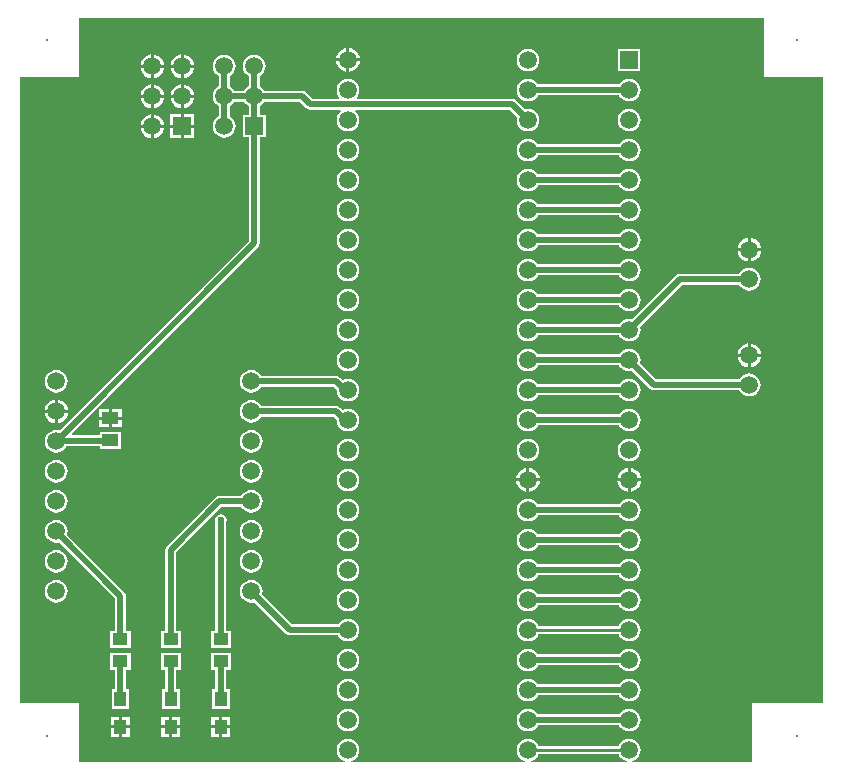
<source format=gtl>
G04*
G04 #@! TF.GenerationSoftware,Altium Limited,Altium Designer,20.0.12 (288)*
G04*
G04 Layer_Physical_Order=1*
G04 Layer_Color=255*
%FSLAX25Y25*%
%MOIN*%
G70*
G01*
G75*
%ADD10C,0.01000*%
%ADD12R,0.05118X0.04134*%
%ADD13R,0.04331X0.04921*%
%ADD14R,0.05512X0.04134*%
%ADD21C,0.02000*%
%ADD22C,0.05906*%
%ADD23R,0.05906X0.05906*%
%ADD24C,0.01000*%
%ADD25C,0.02362*%
G36*
X251969Y232283D02*
X271654D01*
Y23622D01*
X248031D01*
Y3937D01*
X207871D01*
X207838Y4437D01*
X207968Y4454D01*
X208881Y4832D01*
X209665Y5434D01*
X210266Y6218D01*
X210644Y7131D01*
X210773Y8110D01*
X210644Y9090D01*
X210266Y10003D01*
X209665Y10787D01*
X208881Y11388D01*
X207968Y11766D01*
X206988Y11895D01*
X206009Y11766D01*
X205096Y11388D01*
X204312Y10787D01*
X203710Y10003D01*
X203475Y9436D01*
X176741D01*
X176506Y10003D01*
X175905Y10787D01*
X175121Y11388D01*
X174208Y11766D01*
X173228Y11895D01*
X172249Y11766D01*
X171336Y11388D01*
X170552Y10787D01*
X169950Y10003D01*
X169572Y9090D01*
X169443Y8110D01*
X169572Y7131D01*
X169950Y6218D01*
X170552Y5434D01*
X171336Y4832D01*
X172249Y4454D01*
X172378Y4437D01*
X172346Y3937D01*
X114111D01*
X114078Y4437D01*
X114208Y4454D01*
X115121Y4832D01*
X115905Y5434D01*
X116506Y6218D01*
X116885Y7131D01*
X117014Y8110D01*
X116885Y9090D01*
X116506Y10003D01*
X115905Y10787D01*
X115121Y11388D01*
X114208Y11766D01*
X113228Y11895D01*
X112249Y11766D01*
X111336Y11388D01*
X110552Y10787D01*
X109950Y10003D01*
X109572Y9090D01*
X109443Y8110D01*
X109572Y7131D01*
X109950Y6218D01*
X110552Y5434D01*
X111336Y4832D01*
X112249Y4454D01*
X112378Y4437D01*
X112346Y3937D01*
X23622D01*
Y23622D01*
X3937D01*
Y232283D01*
X23622D01*
Y251969D01*
X251969D01*
Y232283D01*
D02*
G37*
G36*
X203710Y6218D02*
X204312Y5434D01*
X205096Y4832D01*
X206009Y4454D01*
X206138Y4437D01*
X206105Y3937D01*
X174111D01*
X174078Y4437D01*
X174208Y4454D01*
X175121Y4832D01*
X175905Y5434D01*
X176506Y6218D01*
X176741Y6785D01*
X203475D01*
X203710Y6218D01*
D02*
G37*
%LPC*%
G36*
X113728Y242031D02*
Y238610D01*
X117149D01*
X117079Y239142D01*
X116681Y240104D01*
X116048Y240929D01*
X115222Y241563D01*
X114260Y241961D01*
X113728Y242031D01*
D02*
G37*
G36*
X112728D02*
X112197Y241961D01*
X111235Y241563D01*
X110409Y240929D01*
X109776Y240104D01*
X109377Y239142D01*
X109307Y238610D01*
X112728D01*
Y242031D01*
D02*
G37*
G36*
X58500Y239921D02*
Y236500D01*
X61921D01*
X61851Y237032D01*
X61453Y237993D01*
X60819Y238819D01*
X59993Y239453D01*
X59032Y239851D01*
X58500Y239921D01*
D02*
G37*
G36*
X48500D02*
Y236500D01*
X51921D01*
X51851Y237032D01*
X51453Y237993D01*
X50819Y238819D01*
X49993Y239453D01*
X49032Y239851D01*
X48500Y239921D01*
D02*
G37*
G36*
X57500D02*
X56968Y239851D01*
X56007Y239453D01*
X55181Y238819D01*
X54547Y237993D01*
X54149Y237032D01*
X54079Y236500D01*
X57500D01*
Y239921D01*
D02*
G37*
G36*
X47500D02*
X46968Y239851D01*
X46007Y239453D01*
X45181Y238819D01*
X44547Y237993D01*
X44149Y237032D01*
X44079Y236500D01*
X47500D01*
Y239921D01*
D02*
G37*
G36*
X210741Y241863D02*
X203235D01*
Y234358D01*
X210741D01*
Y241863D01*
D02*
G37*
G36*
X173228Y241895D02*
X172249Y241766D01*
X171336Y241388D01*
X170552Y240787D01*
X169950Y240003D01*
X169572Y239090D01*
X169443Y238110D01*
X169572Y237131D01*
X169950Y236218D01*
X170552Y235434D01*
X171336Y234832D01*
X172249Y234454D01*
X173228Y234325D01*
X174208Y234454D01*
X175121Y234832D01*
X175905Y235434D01*
X176506Y236218D01*
X176884Y237131D01*
X177014Y238110D01*
X176884Y239090D01*
X176506Y240003D01*
X175905Y240787D01*
X175121Y241388D01*
X174208Y241766D01*
X173228Y241895D01*
D02*
G37*
G36*
X117149Y237610D02*
X113728D01*
Y234189D01*
X114260Y234259D01*
X115222Y234658D01*
X116048Y235291D01*
X116681Y236117D01*
X117079Y237078D01*
X117149Y237610D01*
D02*
G37*
G36*
X112728D02*
X109307D01*
X109377Y237078D01*
X109776Y236117D01*
X110409Y235291D01*
X111235Y234658D01*
X112197Y234259D01*
X112728Y234189D01*
Y237610D01*
D02*
G37*
G36*
X57500Y235500D02*
X54079D01*
X54149Y234968D01*
X54547Y234007D01*
X55181Y233181D01*
X56007Y232547D01*
X56968Y232149D01*
X57500Y232079D01*
Y235500D01*
D02*
G37*
G36*
X47500D02*
X44079D01*
X44149Y234968D01*
X44547Y234007D01*
X45181Y233181D01*
X46007Y232547D01*
X46968Y232149D01*
X47500Y232079D01*
Y235500D01*
D02*
G37*
G36*
X61921D02*
X58500D01*
Y232079D01*
X59032Y232149D01*
X59993Y232547D01*
X60819Y233181D01*
X61453Y234007D01*
X61851Y234968D01*
X61921Y235500D01*
D02*
G37*
G36*
X51921D02*
X48500D01*
Y232079D01*
X49032Y232149D01*
X49993Y232547D01*
X50819Y233181D01*
X51453Y234007D01*
X51851Y234968D01*
X51921Y235500D01*
D02*
G37*
G36*
X206988Y231895D02*
X206009Y231766D01*
X205096Y231388D01*
X204312Y230787D01*
X203710Y230003D01*
X203686Y229945D01*
X176530D01*
X176506Y230003D01*
X175905Y230787D01*
X175121Y231388D01*
X174208Y231766D01*
X173228Y231895D01*
X172249Y231766D01*
X171336Y231388D01*
X170552Y230787D01*
X169950Y230003D01*
X169572Y229090D01*
X169443Y228110D01*
X169572Y227131D01*
X169950Y226218D01*
X170552Y225434D01*
X171336Y224832D01*
X172249Y224454D01*
X173228Y224325D01*
X174208Y224454D01*
X175121Y224832D01*
X175905Y225434D01*
X176506Y226218D01*
X176530Y226275D01*
X203686D01*
X203710Y226218D01*
X204312Y225434D01*
X205096Y224832D01*
X206009Y224454D01*
X206988Y224325D01*
X207968Y224454D01*
X208881Y224832D01*
X209665Y225434D01*
X210266Y226218D01*
X210644Y227131D01*
X210773Y228110D01*
X210644Y229090D01*
X210266Y230003D01*
X209665Y230787D01*
X208881Y231388D01*
X207968Y231766D01*
X206988Y231895D01*
D02*
G37*
G36*
X82000Y239785D02*
X81020Y239656D01*
X80107Y239278D01*
X79324Y238677D01*
X78722Y237893D01*
X78344Y236980D01*
X78215Y236000D01*
X78344Y235020D01*
X78722Y234107D01*
X79324Y233324D01*
X80107Y232722D01*
X80165Y232698D01*
Y229302D01*
X80107Y229278D01*
X79324Y228677D01*
X78722Y227893D01*
X78698Y227835D01*
X75302D01*
X75278Y227893D01*
X74677Y228677D01*
X73893Y229278D01*
X73835Y229302D01*
Y232698D01*
X73893Y232722D01*
X74677Y233324D01*
X75278Y234107D01*
X75656Y235020D01*
X75785Y236000D01*
X75656Y236980D01*
X75278Y237893D01*
X74677Y238677D01*
X73893Y239278D01*
X72980Y239656D01*
X72000Y239785D01*
X71020Y239656D01*
X70107Y239278D01*
X69323Y238677D01*
X68722Y237893D01*
X68344Y236980D01*
X68215Y236000D01*
X68344Y235020D01*
X68722Y234107D01*
X69323Y233324D01*
X70107Y232722D01*
X70165Y232698D01*
Y229302D01*
X70107Y229278D01*
X69323Y228677D01*
X68722Y227893D01*
X68344Y226980D01*
X68215Y226000D01*
X68344Y225020D01*
X68722Y224107D01*
X69323Y223323D01*
X70107Y222722D01*
X70165Y222698D01*
Y219302D01*
X70107Y219278D01*
X69323Y218676D01*
X68722Y217893D01*
X68344Y216980D01*
X68215Y216000D01*
X68344Y215020D01*
X68722Y214107D01*
X69323Y213323D01*
X70107Y212722D01*
X71020Y212344D01*
X72000Y212215D01*
X72980Y212344D01*
X73893Y212722D01*
X74677Y213323D01*
X75278Y214107D01*
X75656Y215020D01*
X75785Y216000D01*
X75656Y216980D01*
X75278Y217893D01*
X74677Y218676D01*
X73893Y219278D01*
X73835Y219302D01*
Y222698D01*
X73893Y222722D01*
X74677Y223323D01*
X75278Y224107D01*
X75302Y224165D01*
X78698D01*
X78722Y224107D01*
X79324Y223323D01*
X80107Y222722D01*
X80165Y222698D01*
Y219753D01*
X78247D01*
Y212247D01*
X80165D01*
Y177681D01*
X17041Y114558D01*
X16984Y114581D01*
X16004Y114710D01*
X15024Y114581D01*
X14111Y114203D01*
X13327Y113602D01*
X12726Y112818D01*
X12348Y111905D01*
X12219Y110925D01*
X12348Y109945D01*
X12726Y109033D01*
X13327Y108249D01*
X14111Y107647D01*
X15024Y107269D01*
X16004Y107140D01*
X16984Y107269D01*
X17897Y107647D01*
X18680Y108249D01*
X19282Y109033D01*
X19395Y109307D01*
X30444D01*
Y108491D01*
X37556D01*
Y114225D01*
X30444D01*
Y112977D01*
X21305D01*
X21113Y113439D01*
X83298Y175624D01*
X83696Y176219D01*
X83835Y176921D01*
Y212247D01*
X85753D01*
Y219753D01*
X83835D01*
Y222698D01*
X83893Y222722D01*
X84676Y223323D01*
X85278Y224107D01*
X85302Y224165D01*
X97045D01*
X99151Y222060D01*
X99746Y221662D01*
X100448Y221522D01*
X110689D01*
X110859Y221022D01*
X110552Y220787D01*
X109950Y220003D01*
X109572Y219090D01*
X109443Y218110D01*
X109572Y217131D01*
X109950Y216218D01*
X110552Y215434D01*
X111336Y214832D01*
X112249Y214454D01*
X113228Y214325D01*
X114208Y214454D01*
X115121Y214832D01*
X115905Y215434D01*
X116506Y216218D01*
X116885Y217131D01*
X117014Y218110D01*
X116885Y219090D01*
X116506Y220003D01*
X115905Y220787D01*
X115598Y221022D01*
X115768Y221522D01*
X167221D01*
X169596Y219147D01*
X169572Y219090D01*
X169443Y218110D01*
X169572Y217131D01*
X169950Y216218D01*
X170552Y215434D01*
X171336Y214832D01*
X172249Y214454D01*
X173228Y214325D01*
X174208Y214454D01*
X175121Y214832D01*
X175905Y215434D01*
X176506Y216218D01*
X176884Y217131D01*
X177014Y218110D01*
X176884Y219090D01*
X176506Y220003D01*
X175905Y220787D01*
X175121Y221388D01*
X174208Y221766D01*
X173228Y221895D01*
X172249Y221766D01*
X172191Y221743D01*
X169279Y224655D01*
X168683Y225053D01*
X167981Y225193D01*
X116350D01*
X116104Y225693D01*
X116506Y226218D01*
X116885Y227131D01*
X117014Y228110D01*
X116885Y229090D01*
X116506Y230003D01*
X115905Y230787D01*
X115121Y231388D01*
X114208Y231766D01*
X113228Y231895D01*
X112249Y231766D01*
X111336Y231388D01*
X110552Y230787D01*
X109950Y230003D01*
X109572Y229090D01*
X109443Y228110D01*
X109572Y227131D01*
X109950Y226218D01*
X110353Y225693D01*
X110107Y225193D01*
X101208D01*
X99103Y227298D01*
X98508Y227696D01*
X97806Y227835D01*
X85302D01*
X85278Y227893D01*
X84676Y228677D01*
X83893Y229278D01*
X83835Y229302D01*
Y232698D01*
X83893Y232722D01*
X84676Y233324D01*
X85278Y234107D01*
X85656Y235020D01*
X85785Y236000D01*
X85656Y236980D01*
X85278Y237893D01*
X84676Y238677D01*
X83893Y239278D01*
X82980Y239656D01*
X82000Y239785D01*
D02*
G37*
G36*
X58500Y229921D02*
Y226500D01*
X61921D01*
X61851Y227032D01*
X61453Y227993D01*
X60819Y228819D01*
X59993Y229453D01*
X59032Y229851D01*
X58500Y229921D01*
D02*
G37*
G36*
X48500D02*
Y226500D01*
X51921D01*
X51851Y227032D01*
X51453Y227993D01*
X50819Y228819D01*
X49993Y229453D01*
X49032Y229851D01*
X48500Y229921D01*
D02*
G37*
G36*
X57500D02*
X56968Y229851D01*
X56007Y229453D01*
X55181Y228819D01*
X54547Y227993D01*
X54149Y227032D01*
X54079Y226500D01*
X57500D01*
Y229921D01*
D02*
G37*
G36*
X47500D02*
X46968Y229851D01*
X46007Y229453D01*
X45181Y228819D01*
X44547Y227993D01*
X44149Y227032D01*
X44079Y226500D01*
X47500D01*
Y229921D01*
D02*
G37*
G36*
X57500Y225500D02*
X54079D01*
X54149Y224968D01*
X54547Y224007D01*
X55181Y223181D01*
X56007Y222547D01*
X56968Y222149D01*
X57500Y222079D01*
Y225500D01*
D02*
G37*
G36*
X47500D02*
X44079D01*
X44149Y224968D01*
X44547Y224007D01*
X45181Y223181D01*
X46007Y222547D01*
X46968Y222149D01*
X47500Y222079D01*
Y225500D01*
D02*
G37*
G36*
X61921D02*
X58500D01*
Y222079D01*
X59032Y222149D01*
X59993Y222547D01*
X60819Y223181D01*
X61453Y224007D01*
X61851Y224968D01*
X61921Y225500D01*
D02*
G37*
G36*
X51921D02*
X48500D01*
Y222079D01*
X49032Y222149D01*
X49993Y222547D01*
X50819Y223181D01*
X51453Y224007D01*
X51851Y224968D01*
X51921Y225500D01*
D02*
G37*
G36*
X61953Y219953D02*
X58500D01*
Y216500D01*
X61953D01*
Y219953D01*
D02*
G37*
G36*
X48500Y219921D02*
Y216500D01*
X51921D01*
X51851Y217032D01*
X51453Y217993D01*
X50819Y218819D01*
X49993Y219453D01*
X49032Y219851D01*
X48500Y219921D01*
D02*
G37*
G36*
X47500D02*
X46968Y219851D01*
X46007Y219453D01*
X45181Y218819D01*
X44547Y217993D01*
X44149Y217032D01*
X44079Y216500D01*
X47500D01*
Y219921D01*
D02*
G37*
G36*
X57500Y219953D02*
X54047D01*
Y216500D01*
X57500D01*
Y219953D01*
D02*
G37*
G36*
X206988Y221895D02*
X206009Y221766D01*
X205096Y221388D01*
X204312Y220787D01*
X203710Y220003D01*
X203332Y219090D01*
X203203Y218110D01*
X203332Y217131D01*
X203710Y216218D01*
X204312Y215434D01*
X205096Y214832D01*
X206009Y214454D01*
X206988Y214325D01*
X207968Y214454D01*
X208881Y214832D01*
X209665Y215434D01*
X210266Y216218D01*
X210644Y217131D01*
X210773Y218110D01*
X210644Y219090D01*
X210266Y220003D01*
X209665Y220787D01*
X208881Y221388D01*
X207968Y221766D01*
X206988Y221895D01*
D02*
G37*
G36*
X47500Y215500D02*
X44079D01*
X44149Y214968D01*
X44547Y214007D01*
X45181Y213181D01*
X46007Y212547D01*
X46968Y212149D01*
X47500Y212079D01*
Y215500D01*
D02*
G37*
G36*
X51921D02*
X48500D01*
Y212079D01*
X49032Y212149D01*
X49993Y212547D01*
X50819Y213181D01*
X51453Y214007D01*
X51851Y214968D01*
X51921Y215500D01*
D02*
G37*
G36*
X61953D02*
X58500D01*
Y212047D01*
X61953D01*
Y215500D01*
D02*
G37*
G36*
X57500D02*
X54047D01*
Y212047D01*
X57500D01*
Y215500D01*
D02*
G37*
G36*
X206988Y211895D02*
X206009Y211766D01*
X205096Y211388D01*
X204312Y210787D01*
X203710Y210003D01*
X203686Y209946D01*
X176530D01*
X176506Y210003D01*
X175905Y210787D01*
X175121Y211388D01*
X174208Y211766D01*
X173228Y211895D01*
X172249Y211766D01*
X171336Y211388D01*
X170552Y210787D01*
X169950Y210003D01*
X169572Y209090D01*
X169443Y208110D01*
X169572Y207131D01*
X169950Y206218D01*
X170552Y205434D01*
X171336Y204832D01*
X172249Y204454D01*
X173228Y204325D01*
X174208Y204454D01*
X175121Y204832D01*
X175905Y205434D01*
X176506Y206218D01*
X176530Y206275D01*
X203686D01*
X203710Y206218D01*
X204312Y205434D01*
X205096Y204832D01*
X206009Y204454D01*
X206988Y204325D01*
X207968Y204454D01*
X208881Y204832D01*
X209665Y205434D01*
X210266Y206218D01*
X210644Y207131D01*
X210773Y208110D01*
X210644Y209090D01*
X210266Y210003D01*
X209665Y210787D01*
X208881Y211388D01*
X207968Y211766D01*
X206988Y211895D01*
D02*
G37*
G36*
X113228D02*
X112249Y211766D01*
X111336Y211388D01*
X110552Y210787D01*
X109950Y210003D01*
X109572Y209090D01*
X109443Y208110D01*
X109572Y207131D01*
X109950Y206218D01*
X110552Y205434D01*
X111336Y204832D01*
X112249Y204454D01*
X113228Y204325D01*
X114208Y204454D01*
X115121Y204832D01*
X115905Y205434D01*
X116506Y206218D01*
X116885Y207131D01*
X117014Y208110D01*
X116885Y209090D01*
X116506Y210003D01*
X115905Y210787D01*
X115121Y211388D01*
X114208Y211766D01*
X113228Y211895D01*
D02*
G37*
G36*
X206988Y201895D02*
X206009Y201766D01*
X205096Y201388D01*
X204312Y200787D01*
X203710Y200003D01*
X203686Y199945D01*
X176530D01*
X176506Y200003D01*
X175905Y200787D01*
X175121Y201388D01*
X174208Y201766D01*
X173228Y201895D01*
X172249Y201766D01*
X171336Y201388D01*
X170552Y200787D01*
X169950Y200003D01*
X169572Y199090D01*
X169443Y198110D01*
X169572Y197131D01*
X169950Y196218D01*
X170552Y195434D01*
X171336Y194832D01*
X172249Y194454D01*
X173228Y194325D01*
X174208Y194454D01*
X175121Y194832D01*
X175905Y195434D01*
X176506Y196218D01*
X176530Y196275D01*
X203686D01*
X203710Y196218D01*
X204312Y195434D01*
X205096Y194832D01*
X206009Y194454D01*
X206988Y194325D01*
X207968Y194454D01*
X208881Y194832D01*
X209665Y195434D01*
X210266Y196218D01*
X210644Y197131D01*
X210773Y198110D01*
X210644Y199090D01*
X210266Y200003D01*
X209665Y200787D01*
X208881Y201388D01*
X207968Y201766D01*
X206988Y201895D01*
D02*
G37*
G36*
X113228D02*
X112249Y201766D01*
X111336Y201388D01*
X110552Y200787D01*
X109950Y200003D01*
X109572Y199090D01*
X109443Y198110D01*
X109572Y197131D01*
X109950Y196218D01*
X110552Y195434D01*
X111336Y194832D01*
X112249Y194454D01*
X113228Y194325D01*
X114208Y194454D01*
X115121Y194832D01*
X115905Y195434D01*
X116506Y196218D01*
X116885Y197131D01*
X117014Y198110D01*
X116885Y199090D01*
X116506Y200003D01*
X115905Y200787D01*
X115121Y201388D01*
X114208Y201766D01*
X113228Y201895D01*
D02*
G37*
G36*
X206988Y191895D02*
X206009Y191766D01*
X205096Y191388D01*
X204312Y190787D01*
X203710Y190003D01*
X203686Y189945D01*
X176530D01*
X176506Y190003D01*
X175905Y190787D01*
X175121Y191388D01*
X174208Y191766D01*
X173228Y191895D01*
X172249Y191766D01*
X171336Y191388D01*
X170552Y190787D01*
X169950Y190003D01*
X169572Y189090D01*
X169443Y188110D01*
X169572Y187131D01*
X169950Y186218D01*
X170552Y185434D01*
X171336Y184832D01*
X172249Y184454D01*
X173228Y184325D01*
X174208Y184454D01*
X175121Y184832D01*
X175905Y185434D01*
X176506Y186218D01*
X176530Y186275D01*
X203686D01*
X203710Y186218D01*
X204312Y185434D01*
X205096Y184832D01*
X206009Y184454D01*
X206988Y184325D01*
X207968Y184454D01*
X208881Y184832D01*
X209665Y185434D01*
X210266Y186218D01*
X210644Y187131D01*
X210773Y188110D01*
X210644Y189090D01*
X210266Y190003D01*
X209665Y190787D01*
X208881Y191388D01*
X207968Y191766D01*
X206988Y191895D01*
D02*
G37*
G36*
X113228D02*
X112249Y191766D01*
X111336Y191388D01*
X110552Y190787D01*
X109950Y190003D01*
X109572Y189090D01*
X109443Y188110D01*
X109572Y187131D01*
X109950Y186218D01*
X110552Y185434D01*
X111336Y184832D01*
X112249Y184454D01*
X113228Y184325D01*
X114208Y184454D01*
X115121Y184832D01*
X115905Y185434D01*
X116506Y186218D01*
X116885Y187131D01*
X117014Y188110D01*
X116885Y189090D01*
X116506Y190003D01*
X115905Y190787D01*
X115121Y191388D01*
X114208Y191766D01*
X113228Y191895D01*
D02*
G37*
G36*
X206988Y181895D02*
X206009Y181766D01*
X205096Y181388D01*
X204312Y180787D01*
X203710Y180003D01*
X203686Y179946D01*
X176530D01*
X176506Y180003D01*
X175905Y180787D01*
X175121Y181388D01*
X174208Y181766D01*
X173228Y181895D01*
X172249Y181766D01*
X171336Y181388D01*
X170552Y180787D01*
X169950Y180003D01*
X169572Y179090D01*
X169443Y178110D01*
X169572Y177131D01*
X169950Y176218D01*
X170552Y175434D01*
X171336Y174832D01*
X172249Y174454D01*
X173228Y174325D01*
X174208Y174454D01*
X175121Y174832D01*
X175905Y175434D01*
X176506Y176218D01*
X176530Y176275D01*
X203686D01*
X203710Y176218D01*
X204312Y175434D01*
X205096Y174832D01*
X206009Y174454D01*
X206988Y174325D01*
X207968Y174454D01*
X208881Y174832D01*
X209665Y175434D01*
X210266Y176218D01*
X210644Y177131D01*
X210773Y178110D01*
X210644Y179090D01*
X210266Y180003D01*
X209665Y180787D01*
X208881Y181388D01*
X207968Y181766D01*
X206988Y181895D01*
D02*
G37*
G36*
X247500Y178764D02*
Y175343D01*
X250921D01*
X250851Y175874D01*
X250453Y176836D01*
X249819Y177662D01*
X248993Y178295D01*
X248032Y178693D01*
X247500Y178764D01*
D02*
G37*
G36*
X246500D02*
X245968Y178693D01*
X245007Y178295D01*
X244181Y177662D01*
X243547Y176836D01*
X243149Y175874D01*
X243079Y175343D01*
X246500D01*
Y178764D01*
D02*
G37*
G36*
X113228Y181895D02*
X112249Y181766D01*
X111336Y181388D01*
X110552Y180787D01*
X109950Y180003D01*
X109572Y179090D01*
X109443Y178110D01*
X109572Y177131D01*
X109950Y176218D01*
X110552Y175434D01*
X111336Y174832D01*
X112249Y174454D01*
X113228Y174325D01*
X114208Y174454D01*
X115121Y174832D01*
X115905Y175434D01*
X116506Y176218D01*
X116885Y177131D01*
X117014Y178110D01*
X116885Y179090D01*
X116506Y180003D01*
X115905Y180787D01*
X115121Y181388D01*
X114208Y181766D01*
X113228Y181895D01*
D02*
G37*
G36*
X250921Y174343D02*
X247500D01*
Y170922D01*
X248032Y170992D01*
X248993Y171390D01*
X249819Y172023D01*
X250453Y172849D01*
X250851Y173811D01*
X250921Y174343D01*
D02*
G37*
G36*
X246500D02*
X243079D01*
X243149Y173811D01*
X243547Y172849D01*
X244181Y172023D01*
X245007Y171390D01*
X245968Y170992D01*
X246500Y170922D01*
Y174343D01*
D02*
G37*
G36*
X206988Y171895D02*
X206009Y171766D01*
X205096Y171388D01*
X204312Y170787D01*
X203710Y170003D01*
X203686Y169946D01*
X176530D01*
X176506Y170003D01*
X175905Y170787D01*
X175121Y171388D01*
X174208Y171766D01*
X173228Y171895D01*
X172249Y171766D01*
X171336Y171388D01*
X170552Y170787D01*
X169950Y170003D01*
X169572Y169090D01*
X169443Y168110D01*
X169572Y167131D01*
X169950Y166218D01*
X170552Y165434D01*
X171336Y164832D01*
X172249Y164454D01*
X173228Y164325D01*
X174208Y164454D01*
X175121Y164832D01*
X175905Y165434D01*
X176506Y166218D01*
X176530Y166275D01*
X203686D01*
X203710Y166218D01*
X204312Y165434D01*
X205096Y164832D01*
X206009Y164454D01*
X206988Y164325D01*
X207968Y164454D01*
X208881Y164832D01*
X209665Y165434D01*
X210266Y166218D01*
X210644Y167131D01*
X210773Y168110D01*
X210644Y169090D01*
X210266Y170003D01*
X209665Y170787D01*
X208881Y171388D01*
X207968Y171766D01*
X206988Y171895D01*
D02*
G37*
G36*
X113228D02*
X112249Y171766D01*
X111336Y171388D01*
X110552Y170787D01*
X109950Y170003D01*
X109572Y169090D01*
X109443Y168110D01*
X109572Y167131D01*
X109950Y166218D01*
X110552Y165434D01*
X111336Y164832D01*
X112249Y164454D01*
X113228Y164325D01*
X114208Y164454D01*
X115121Y164832D01*
X115905Y165434D01*
X116506Y166218D01*
X116885Y167131D01*
X117014Y168110D01*
X116885Y169090D01*
X116506Y170003D01*
X115905Y170787D01*
X115121Y171388D01*
X114208Y171766D01*
X113228Y171895D01*
D02*
G37*
G36*
X247000Y168785D02*
X246020Y168656D01*
X245107Y168278D01*
X244323Y167676D01*
X243722Y166893D01*
X243698Y166835D01*
X223878D01*
X223176Y166696D01*
X222580Y166298D01*
X208025Y151743D01*
X207968Y151766D01*
X206988Y151895D01*
X206009Y151766D01*
X205096Y151388D01*
X204312Y150787D01*
X203710Y150003D01*
X203686Y149945D01*
X176530D01*
X176506Y150003D01*
X175905Y150787D01*
X175121Y151388D01*
X174208Y151766D01*
X173228Y151895D01*
X172249Y151766D01*
X171336Y151388D01*
X170552Y150787D01*
X169950Y150003D01*
X169572Y149090D01*
X169443Y148110D01*
X169572Y147131D01*
X169950Y146218D01*
X170552Y145434D01*
X171336Y144832D01*
X172249Y144454D01*
X173228Y144325D01*
X174208Y144454D01*
X175121Y144832D01*
X175905Y145434D01*
X176506Y146218D01*
X176530Y146275D01*
X203686D01*
X203710Y146218D01*
X204312Y145434D01*
X205096Y144832D01*
X206009Y144454D01*
X206988Y144325D01*
X207968Y144454D01*
X208881Y144832D01*
X209665Y145434D01*
X210266Y146218D01*
X210644Y147131D01*
X210773Y148110D01*
X210644Y149090D01*
X210621Y149147D01*
X224638Y163165D01*
X243698D01*
X243722Y163107D01*
X244323Y162323D01*
X245107Y161722D01*
X246020Y161344D01*
X247000Y161215D01*
X247980Y161344D01*
X248893Y161722D01*
X249676Y162323D01*
X250278Y163107D01*
X250656Y164020D01*
X250785Y165000D01*
X250656Y165980D01*
X250278Y166893D01*
X249676Y167676D01*
X248893Y168278D01*
X247980Y168656D01*
X247000Y168785D01*
D02*
G37*
G36*
X206988Y161895D02*
X206009Y161766D01*
X205096Y161388D01*
X204312Y160787D01*
X203710Y160003D01*
X203686Y159945D01*
X176530D01*
X176506Y160003D01*
X175905Y160787D01*
X175121Y161388D01*
X174208Y161766D01*
X173228Y161895D01*
X172249Y161766D01*
X171336Y161388D01*
X170552Y160787D01*
X169950Y160003D01*
X169572Y159090D01*
X169443Y158110D01*
X169572Y157131D01*
X169950Y156218D01*
X170552Y155434D01*
X171336Y154832D01*
X172249Y154454D01*
X173228Y154325D01*
X174208Y154454D01*
X175121Y154832D01*
X175905Y155434D01*
X176506Y156218D01*
X176530Y156275D01*
X203686D01*
X203710Y156218D01*
X204312Y155434D01*
X205096Y154832D01*
X206009Y154454D01*
X206988Y154325D01*
X207968Y154454D01*
X208881Y154832D01*
X209665Y155434D01*
X210266Y156218D01*
X210644Y157131D01*
X210773Y158110D01*
X210644Y159090D01*
X210266Y160003D01*
X209665Y160787D01*
X208881Y161388D01*
X207968Y161766D01*
X206988Y161895D01*
D02*
G37*
G36*
X113228D02*
X112249Y161766D01*
X111336Y161388D01*
X110552Y160787D01*
X109950Y160003D01*
X109572Y159090D01*
X109443Y158110D01*
X109572Y157131D01*
X109950Y156218D01*
X110552Y155434D01*
X111336Y154832D01*
X112249Y154454D01*
X113228Y154325D01*
X114208Y154454D01*
X115121Y154832D01*
X115905Y155434D01*
X116506Y156218D01*
X116885Y157131D01*
X117014Y158110D01*
X116885Y159090D01*
X116506Y160003D01*
X115905Y160787D01*
X115121Y161388D01*
X114208Y161766D01*
X113228Y161895D01*
D02*
G37*
G36*
Y151895D02*
X112249Y151766D01*
X111336Y151388D01*
X110552Y150787D01*
X109950Y150003D01*
X109572Y149090D01*
X109443Y148110D01*
X109572Y147131D01*
X109950Y146218D01*
X110552Y145434D01*
X111336Y144832D01*
X112249Y144454D01*
X113228Y144325D01*
X114208Y144454D01*
X115121Y144832D01*
X115905Y145434D01*
X116506Y146218D01*
X116885Y147131D01*
X117014Y148110D01*
X116885Y149090D01*
X116506Y150003D01*
X115905Y150787D01*
X115121Y151388D01*
X114208Y151766D01*
X113228Y151895D01*
D02*
G37*
G36*
X247500Y143606D02*
Y140185D01*
X250921D01*
X250851Y140717D01*
X250453Y141679D01*
X249819Y142504D01*
X248993Y143138D01*
X248032Y143536D01*
X247500Y143606D01*
D02*
G37*
G36*
X246500D02*
X245968Y143536D01*
X245007Y143138D01*
X244181Y142504D01*
X243547Y141679D01*
X243149Y140717D01*
X243079Y140185D01*
X246500D01*
Y143606D01*
D02*
G37*
G36*
X206988Y141895D02*
X206009Y141766D01*
X205096Y141388D01*
X204312Y140787D01*
X203710Y140003D01*
X203686Y139945D01*
X176530D01*
X176506Y140003D01*
X175905Y140787D01*
X175121Y141388D01*
X174208Y141766D01*
X173228Y141895D01*
X172249Y141766D01*
X171336Y141388D01*
X170552Y140787D01*
X169950Y140003D01*
X169572Y139090D01*
X169443Y138110D01*
X169572Y137131D01*
X169950Y136218D01*
X170552Y135434D01*
X171336Y134832D01*
X172249Y134454D01*
X173228Y134325D01*
X174208Y134454D01*
X175121Y134832D01*
X175905Y135434D01*
X176506Y136218D01*
X176530Y136275D01*
X203686D01*
X203710Y136218D01*
X204312Y135434D01*
X205096Y134832D01*
X206009Y134454D01*
X206988Y134325D01*
X207968Y134454D01*
X208025Y134478D01*
X213958Y128545D01*
X214554Y128147D01*
X215256Y128007D01*
X243698D01*
X243722Y127950D01*
X244323Y127166D01*
X245107Y126565D01*
X246020Y126186D01*
X247000Y126057D01*
X247980Y126186D01*
X248893Y126565D01*
X249676Y127166D01*
X250278Y127950D01*
X250656Y128863D01*
X250785Y129842D01*
X250656Y130822D01*
X250278Y131735D01*
X249676Y132519D01*
X248893Y133121D01*
X247980Y133499D01*
X247000Y133628D01*
X246020Y133499D01*
X245107Y133121D01*
X244323Y132519D01*
X243722Y131735D01*
X243698Y131678D01*
X216016D01*
X210621Y137073D01*
X210644Y137131D01*
X210773Y138110D01*
X210644Y139090D01*
X210266Y140003D01*
X209665Y140787D01*
X208881Y141388D01*
X207968Y141766D01*
X206988Y141895D01*
D02*
G37*
G36*
X250921Y139185D02*
X247500D01*
Y135764D01*
X248032Y135834D01*
X248993Y136232D01*
X249819Y136866D01*
X250453Y137692D01*
X250851Y138653D01*
X250921Y139185D01*
D02*
G37*
G36*
X246500D02*
X243079D01*
X243149Y138653D01*
X243547Y137692D01*
X244181Y136866D01*
X245007Y136232D01*
X245968Y135834D01*
X246500Y135764D01*
Y139185D01*
D02*
G37*
G36*
X113228Y141895D02*
X112249Y141766D01*
X111336Y141388D01*
X110552Y140787D01*
X109950Y140003D01*
X109572Y139090D01*
X109443Y138110D01*
X109572Y137131D01*
X109950Y136218D01*
X110552Y135434D01*
X111336Y134832D01*
X112249Y134454D01*
X113228Y134325D01*
X114208Y134454D01*
X115121Y134832D01*
X115905Y135434D01*
X116506Y136218D01*
X116885Y137131D01*
X117014Y138110D01*
X116885Y139090D01*
X116506Y140003D01*
X115905Y140787D01*
X115121Y141388D01*
X114208Y141766D01*
X113228Y141895D01*
D02*
G37*
G36*
X206988Y131895D02*
X206009Y131766D01*
X205096Y131388D01*
X204312Y130787D01*
X203710Y130003D01*
X203686Y129946D01*
X176530D01*
X176506Y130003D01*
X175905Y130787D01*
X175121Y131388D01*
X174208Y131766D01*
X173228Y131895D01*
X172249Y131766D01*
X171336Y131388D01*
X170552Y130787D01*
X169950Y130003D01*
X169572Y129090D01*
X169443Y128110D01*
X169572Y127131D01*
X169950Y126218D01*
X170552Y125434D01*
X171336Y124832D01*
X172249Y124454D01*
X173228Y124325D01*
X174208Y124454D01*
X175121Y124832D01*
X175905Y125434D01*
X176506Y126218D01*
X176530Y126275D01*
X203686D01*
X203710Y126218D01*
X204312Y125434D01*
X205096Y124832D01*
X206009Y124454D01*
X206988Y124325D01*
X207968Y124454D01*
X208881Y124832D01*
X209665Y125434D01*
X210266Y126218D01*
X210644Y127131D01*
X210773Y128110D01*
X210644Y129090D01*
X210266Y130003D01*
X209665Y130787D01*
X208881Y131388D01*
X207968Y131766D01*
X206988Y131895D01*
D02*
G37*
G36*
X16004Y134710D02*
X15024Y134581D01*
X14111Y134203D01*
X13327Y133602D01*
X12726Y132818D01*
X12348Y131905D01*
X12219Y130925D01*
X12348Y129946D01*
X12726Y129033D01*
X13327Y128249D01*
X14111Y127647D01*
X15024Y127269D01*
X16004Y127140D01*
X16984Y127269D01*
X17897Y127647D01*
X18680Y128249D01*
X19282Y129033D01*
X19660Y129946D01*
X19789Y130925D01*
X19660Y131905D01*
X19282Y132818D01*
X18680Y133602D01*
X17897Y134203D01*
X16984Y134581D01*
X16004Y134710D01*
D02*
G37*
G36*
X81004D02*
X80024Y134581D01*
X79111Y134203D01*
X78327Y133602D01*
X77726Y132818D01*
X77348Y131905D01*
X77219Y130925D01*
X77348Y129946D01*
X77726Y129033D01*
X78327Y128249D01*
X79111Y127647D01*
X80024Y127269D01*
X81004Y127140D01*
X81984Y127269D01*
X82897Y127647D01*
X83680Y128249D01*
X84282Y129033D01*
X84306Y129090D01*
X108596D01*
X109459Y128228D01*
X109443Y128110D01*
X109572Y127131D01*
X109950Y126218D01*
X110552Y125434D01*
X111336Y124832D01*
X112249Y124454D01*
X113228Y124325D01*
X114208Y124454D01*
X115121Y124832D01*
X115905Y125434D01*
X116506Y126218D01*
X116885Y127131D01*
X117014Y128110D01*
X116885Y129090D01*
X116506Y130003D01*
X115905Y130787D01*
X115121Y131388D01*
X114208Y131766D01*
X113228Y131895D01*
X112249Y131766D01*
X111444Y131433D01*
X110654Y132223D01*
X110059Y132621D01*
X109357Y132761D01*
X84306D01*
X84282Y132818D01*
X83680Y133602D01*
X82897Y134203D01*
X81984Y134581D01*
X81004Y134710D01*
D02*
G37*
G36*
X16504Y124846D02*
Y121425D01*
X19925D01*
X19855Y121957D01*
X19457Y122919D01*
X18823Y123744D01*
X17997Y124378D01*
X17036Y124776D01*
X16504Y124846D01*
D02*
G37*
G36*
X15504D02*
X14972Y124776D01*
X14010Y124378D01*
X13185Y123744D01*
X12551Y122919D01*
X12153Y121957D01*
X12083Y121425D01*
X15504D01*
Y124846D01*
D02*
G37*
G36*
X206988Y121895D02*
X206009Y121766D01*
X205096Y121388D01*
X204312Y120787D01*
X203710Y120003D01*
X203686Y119946D01*
X176530D01*
X176506Y120003D01*
X175905Y120787D01*
X175121Y121388D01*
X174208Y121766D01*
X173228Y121895D01*
X172249Y121766D01*
X171336Y121388D01*
X170552Y120787D01*
X169950Y120003D01*
X169572Y119090D01*
X169443Y118110D01*
X169572Y117131D01*
X169950Y116218D01*
X170552Y115434D01*
X171336Y114832D01*
X172249Y114454D01*
X173228Y114325D01*
X174208Y114454D01*
X175121Y114832D01*
X175905Y115434D01*
X176506Y116218D01*
X176530Y116275D01*
X203686D01*
X203710Y116218D01*
X204312Y115434D01*
X205096Y114832D01*
X206009Y114454D01*
X206988Y114325D01*
X207968Y114454D01*
X208881Y114832D01*
X209665Y115434D01*
X210266Y116218D01*
X210644Y117131D01*
X210773Y118110D01*
X210644Y119090D01*
X210266Y120003D01*
X209665Y120787D01*
X208881Y121388D01*
X207968Y121766D01*
X206988Y121895D01*
D02*
G37*
G36*
X37756Y121709D02*
X34500D01*
Y119142D01*
X37756D01*
Y121709D01*
D02*
G37*
G36*
X33500D02*
X30244D01*
Y119142D01*
X33500D01*
Y121709D01*
D02*
G37*
G36*
X19925Y120425D02*
X16504D01*
Y117004D01*
X17036Y117074D01*
X17997Y117473D01*
X18823Y118106D01*
X19457Y118932D01*
X19855Y119893D01*
X19925Y120425D01*
D02*
G37*
G36*
X15504D02*
X12083D01*
X12153Y119893D01*
X12551Y118932D01*
X13185Y118106D01*
X14010Y117473D01*
X14972Y117074D01*
X15504Y117004D01*
Y120425D01*
D02*
G37*
G36*
X37756Y118142D02*
X34500D01*
Y115575D01*
X37756D01*
Y118142D01*
D02*
G37*
G36*
X33500D02*
X30244D01*
Y115575D01*
X33500D01*
Y118142D01*
D02*
G37*
G36*
X81004Y124710D02*
X80024Y124581D01*
X79111Y124203D01*
X78327Y123602D01*
X77726Y122818D01*
X77348Y121905D01*
X77219Y120925D01*
X77348Y119946D01*
X77726Y119033D01*
X78327Y118249D01*
X79111Y117647D01*
X80024Y117269D01*
X81004Y117140D01*
X81984Y117269D01*
X82897Y117647D01*
X83680Y118249D01*
X84282Y119033D01*
X84306Y119090D01*
X108596D01*
X109459Y118228D01*
X109443Y118110D01*
X109572Y117131D01*
X109950Y116218D01*
X110552Y115434D01*
X111336Y114832D01*
X112249Y114454D01*
X113228Y114325D01*
X114208Y114454D01*
X115121Y114832D01*
X115905Y115434D01*
X116506Y116218D01*
X116885Y117131D01*
X117014Y118110D01*
X116885Y119090D01*
X116506Y120003D01*
X115905Y120787D01*
X115121Y121388D01*
X114208Y121766D01*
X113228Y121895D01*
X112249Y121766D01*
X111444Y121433D01*
X110654Y122223D01*
X110059Y122621D01*
X109357Y122760D01*
X84306D01*
X84282Y122818D01*
X83680Y123602D01*
X82897Y124203D01*
X81984Y124581D01*
X81004Y124710D01*
D02*
G37*
G36*
Y114710D02*
X80024Y114581D01*
X79111Y114203D01*
X78327Y113602D01*
X77726Y112818D01*
X77348Y111905D01*
X77219Y110925D01*
X77348Y109945D01*
X77726Y109033D01*
X78327Y108249D01*
X79111Y107647D01*
X80024Y107269D01*
X81004Y107140D01*
X81984Y107269D01*
X82897Y107647D01*
X83680Y108249D01*
X84282Y109033D01*
X84660Y109945D01*
X84789Y110925D01*
X84660Y111905D01*
X84282Y112818D01*
X83680Y113602D01*
X82897Y114203D01*
X81984Y114581D01*
X81004Y114710D01*
D02*
G37*
G36*
X206988Y111895D02*
X206009Y111766D01*
X205096Y111388D01*
X204312Y110787D01*
X203710Y110003D01*
X203332Y109090D01*
X203203Y108110D01*
X203332Y107131D01*
X203710Y106218D01*
X204312Y105434D01*
X205096Y104832D01*
X206009Y104454D01*
X206988Y104325D01*
X207968Y104454D01*
X208881Y104832D01*
X209665Y105434D01*
X210266Y106218D01*
X210644Y107131D01*
X210773Y108110D01*
X210644Y109090D01*
X210266Y110003D01*
X209665Y110787D01*
X208881Y111388D01*
X207968Y111766D01*
X206988Y111895D01*
D02*
G37*
G36*
X173228D02*
X172249Y111766D01*
X171336Y111388D01*
X170552Y110787D01*
X169950Y110003D01*
X169572Y109090D01*
X169443Y108110D01*
X169572Y107131D01*
X169950Y106218D01*
X170552Y105434D01*
X171336Y104832D01*
X172249Y104454D01*
X173228Y104325D01*
X174208Y104454D01*
X175121Y104832D01*
X175905Y105434D01*
X176506Y106218D01*
X176884Y107131D01*
X177014Y108110D01*
X176884Y109090D01*
X176506Y110003D01*
X175905Y110787D01*
X175121Y111388D01*
X174208Y111766D01*
X173228Y111895D01*
D02*
G37*
G36*
X113228D02*
X112249Y111766D01*
X111336Y111388D01*
X110552Y110787D01*
X109950Y110003D01*
X109572Y109090D01*
X109443Y108110D01*
X109572Y107131D01*
X109950Y106218D01*
X110552Y105434D01*
X111336Y104832D01*
X112249Y104454D01*
X113228Y104325D01*
X114208Y104454D01*
X115121Y104832D01*
X115905Y105434D01*
X116506Y106218D01*
X116885Y107131D01*
X117014Y108110D01*
X116885Y109090D01*
X116506Y110003D01*
X115905Y110787D01*
X115121Y111388D01*
X114208Y111766D01*
X113228Y111895D01*
D02*
G37*
G36*
X207488Y102031D02*
Y98610D01*
X210909D01*
X210839Y99142D01*
X210441Y100104D01*
X209807Y100929D01*
X208982Y101563D01*
X208020Y101961D01*
X207488Y102031D01*
D02*
G37*
G36*
X173728D02*
Y98610D01*
X177149D01*
X177079Y99142D01*
X176681Y100104D01*
X176048Y100929D01*
X175222Y101563D01*
X174260Y101961D01*
X173728Y102031D01*
D02*
G37*
G36*
X172728D02*
X172196Y101961D01*
X171235Y101563D01*
X170409Y100929D01*
X169776Y100104D01*
X169377Y99142D01*
X169307Y98610D01*
X172728D01*
Y102031D01*
D02*
G37*
G36*
X206488Y102031D02*
X205956Y101961D01*
X204995Y101563D01*
X204169Y100929D01*
X203536Y100104D01*
X203137Y99142D01*
X203067Y98610D01*
X206488D01*
Y102031D01*
D02*
G37*
G36*
X81004Y104710D02*
X80024Y104581D01*
X79111Y104203D01*
X78327Y103602D01*
X77726Y102818D01*
X77348Y101905D01*
X77219Y100925D01*
X77348Y99945D01*
X77726Y99033D01*
X78327Y98249D01*
X79111Y97647D01*
X80024Y97269D01*
X81004Y97140D01*
X81984Y97269D01*
X82897Y97647D01*
X83680Y98249D01*
X84282Y99033D01*
X84660Y99945D01*
X84789Y100925D01*
X84660Y101905D01*
X84282Y102818D01*
X83680Y103602D01*
X82897Y104203D01*
X81984Y104581D01*
X81004Y104710D01*
D02*
G37*
G36*
X16004D02*
X15024Y104581D01*
X14111Y104203D01*
X13327Y103602D01*
X12726Y102818D01*
X12348Y101905D01*
X12219Y100925D01*
X12348Y99945D01*
X12726Y99033D01*
X13327Y98249D01*
X14111Y97647D01*
X15024Y97269D01*
X16004Y97140D01*
X16984Y97269D01*
X17897Y97647D01*
X18680Y98249D01*
X19282Y99033D01*
X19660Y99945D01*
X19789Y100925D01*
X19660Y101905D01*
X19282Y102818D01*
X18680Y103602D01*
X17897Y104203D01*
X16984Y104581D01*
X16004Y104710D01*
D02*
G37*
G36*
X113228Y101895D02*
X112249Y101766D01*
X111336Y101388D01*
X110552Y100787D01*
X109950Y100003D01*
X109572Y99090D01*
X109443Y98110D01*
X109572Y97131D01*
X109950Y96218D01*
X110552Y95434D01*
X111336Y94832D01*
X112249Y94454D01*
X113228Y94325D01*
X114208Y94454D01*
X115121Y94832D01*
X115905Y95434D01*
X116506Y96218D01*
X116885Y97131D01*
X117014Y98110D01*
X116885Y99090D01*
X116506Y100003D01*
X115905Y100787D01*
X115121Y101388D01*
X114208Y101766D01*
X113228Y101895D01*
D02*
G37*
G36*
X210909Y97610D02*
X207488D01*
Y94189D01*
X208020Y94259D01*
X208982Y94657D01*
X209807Y95291D01*
X210441Y96117D01*
X210839Y97078D01*
X210909Y97610D01*
D02*
G37*
G36*
X177149D02*
X173728D01*
Y94189D01*
X174260Y94259D01*
X175222Y94657D01*
X176048Y95291D01*
X176681Y96117D01*
X177079Y97078D01*
X177149Y97610D01*
D02*
G37*
G36*
X172728D02*
X169307D01*
X169377Y97078D01*
X169776Y96117D01*
X170409Y95291D01*
X171235Y94657D01*
X172196Y94259D01*
X172728Y94189D01*
Y97610D01*
D02*
G37*
G36*
X206488D02*
X203067D01*
X203137Y97078D01*
X203536Y96117D01*
X204169Y95291D01*
X204995Y94657D01*
X205956Y94259D01*
X206488Y94189D01*
Y97610D01*
D02*
G37*
G36*
X206988Y91895D02*
X206009Y91766D01*
X205096Y91388D01*
X204312Y90787D01*
X203710Y90003D01*
X203686Y89946D01*
X176530D01*
X176506Y90003D01*
X175905Y90787D01*
X175121Y91388D01*
X174208Y91766D01*
X173228Y91895D01*
X172249Y91766D01*
X171336Y91388D01*
X170552Y90787D01*
X169950Y90003D01*
X169572Y89090D01*
X169443Y88110D01*
X169572Y87131D01*
X169950Y86218D01*
X170552Y85434D01*
X171336Y84832D01*
X172249Y84454D01*
X173228Y84325D01*
X174208Y84454D01*
X175121Y84832D01*
X175905Y85434D01*
X176506Y86218D01*
X176530Y86275D01*
X203686D01*
X203710Y86218D01*
X204312Y85434D01*
X205096Y84832D01*
X206009Y84454D01*
X206988Y84325D01*
X207968Y84454D01*
X208881Y84832D01*
X209665Y85434D01*
X210266Y86218D01*
X210644Y87131D01*
X210773Y88110D01*
X210644Y89090D01*
X210266Y90003D01*
X209665Y90787D01*
X208881Y91388D01*
X207968Y91766D01*
X206988Y91895D01*
D02*
G37*
G36*
X81004Y94710D02*
X80024Y94581D01*
X79111Y94203D01*
X78327Y93602D01*
X77726Y92818D01*
X77702Y92760D01*
X70256D01*
X69554Y92621D01*
X68958Y92223D01*
X52836Y76101D01*
X52438Y75506D01*
X52299Y74803D01*
Y47847D01*
X50775D01*
Y42113D01*
X57493D01*
Y47847D01*
X55969D01*
Y74043D01*
X71016Y89090D01*
X77702D01*
X77726Y89033D01*
X78327Y88249D01*
X79111Y87647D01*
X80024Y87269D01*
X81004Y87140D01*
X81984Y87269D01*
X82897Y87647D01*
X83680Y88249D01*
X84282Y89033D01*
X84660Y89946D01*
X84789Y90925D01*
X84660Y91905D01*
X84282Y92818D01*
X83680Y93602D01*
X82897Y94203D01*
X81984Y94581D01*
X81004Y94710D01*
D02*
G37*
G36*
X16004D02*
X15024Y94581D01*
X14111Y94203D01*
X13327Y93602D01*
X12726Y92818D01*
X12348Y91905D01*
X12219Y90925D01*
X12348Y89946D01*
X12726Y89033D01*
X13327Y88249D01*
X14111Y87647D01*
X15024Y87269D01*
X16004Y87140D01*
X16984Y87269D01*
X17897Y87647D01*
X18680Y88249D01*
X19282Y89033D01*
X19660Y89946D01*
X19789Y90925D01*
X19660Y91905D01*
X19282Y92818D01*
X18680Y93602D01*
X17897Y94203D01*
X16984Y94581D01*
X16004Y94710D01*
D02*
G37*
G36*
X113228Y91895D02*
X112249Y91766D01*
X111336Y91388D01*
X110552Y90787D01*
X109950Y90003D01*
X109572Y89090D01*
X109443Y88110D01*
X109572Y87131D01*
X109950Y86218D01*
X110552Y85434D01*
X111336Y84832D01*
X112249Y84454D01*
X113228Y84325D01*
X114208Y84454D01*
X115121Y84832D01*
X115905Y85434D01*
X116506Y86218D01*
X116885Y87131D01*
X117014Y88110D01*
X116885Y89090D01*
X116506Y90003D01*
X115905Y90787D01*
X115121Y91388D01*
X114208Y91766D01*
X113228Y91895D01*
D02*
G37*
G36*
X206988Y81895D02*
X206009Y81766D01*
X205096Y81388D01*
X204312Y80787D01*
X203710Y80003D01*
X203686Y79945D01*
X176530D01*
X176506Y80003D01*
X175905Y80787D01*
X175121Y81388D01*
X174208Y81766D01*
X173228Y81895D01*
X172249Y81766D01*
X171336Y81388D01*
X170552Y80787D01*
X169950Y80003D01*
X169572Y79090D01*
X169443Y78110D01*
X169572Y77131D01*
X169950Y76218D01*
X170552Y75434D01*
X171336Y74832D01*
X172249Y74454D01*
X173228Y74325D01*
X174208Y74454D01*
X175121Y74832D01*
X175905Y75434D01*
X176506Y76218D01*
X176530Y76275D01*
X203686D01*
X203710Y76218D01*
X204312Y75434D01*
X205096Y74832D01*
X206009Y74454D01*
X206988Y74325D01*
X207968Y74454D01*
X208881Y74832D01*
X209665Y75434D01*
X210266Y76218D01*
X210644Y77131D01*
X210773Y78110D01*
X210644Y79090D01*
X210266Y80003D01*
X209665Y80787D01*
X208881Y81388D01*
X207968Y81766D01*
X206988Y81895D01*
D02*
G37*
G36*
X81004Y84710D02*
X80024Y84581D01*
X79111Y84203D01*
X78327Y83602D01*
X77726Y82818D01*
X77348Y81905D01*
X77219Y80925D01*
X77348Y79945D01*
X77726Y79033D01*
X78327Y78249D01*
X79111Y77647D01*
X80024Y77269D01*
X81004Y77140D01*
X81984Y77269D01*
X82897Y77647D01*
X83680Y78249D01*
X84282Y79033D01*
X84660Y79945D01*
X84789Y80925D01*
X84660Y81905D01*
X84282Y82818D01*
X83680Y83602D01*
X82897Y84203D01*
X81984Y84581D01*
X81004Y84710D01*
D02*
G37*
G36*
X113228Y81895D02*
X112249Y81766D01*
X111336Y81388D01*
X110552Y80787D01*
X109950Y80003D01*
X109572Y79090D01*
X109443Y78110D01*
X109572Y77131D01*
X109950Y76218D01*
X110552Y75434D01*
X111336Y74832D01*
X112249Y74454D01*
X113228Y74325D01*
X114208Y74454D01*
X115121Y74832D01*
X115905Y75434D01*
X116506Y76218D01*
X116885Y77131D01*
X117014Y78110D01*
X116885Y79090D01*
X116506Y80003D01*
X115905Y80787D01*
X115121Y81388D01*
X114208Y81766D01*
X113228Y81895D01*
D02*
G37*
G36*
X206988Y71895D02*
X206009Y71766D01*
X205096Y71388D01*
X204312Y70787D01*
X203710Y70003D01*
X203686Y69946D01*
X176530D01*
X176506Y70003D01*
X175905Y70787D01*
X175121Y71388D01*
X174208Y71766D01*
X173228Y71895D01*
X172249Y71766D01*
X171336Y71388D01*
X170552Y70787D01*
X169950Y70003D01*
X169572Y69090D01*
X169443Y68110D01*
X169572Y67131D01*
X169950Y66218D01*
X170552Y65434D01*
X171336Y64832D01*
X172249Y64454D01*
X173228Y64325D01*
X174208Y64454D01*
X175121Y64832D01*
X175905Y65434D01*
X176506Y66218D01*
X176530Y66275D01*
X203686D01*
X203710Y66218D01*
X204312Y65434D01*
X205096Y64832D01*
X206009Y64454D01*
X206988Y64325D01*
X207968Y64454D01*
X208881Y64832D01*
X209665Y65434D01*
X210266Y66218D01*
X210644Y67131D01*
X210773Y68110D01*
X210644Y69090D01*
X210266Y70003D01*
X209665Y70787D01*
X208881Y71388D01*
X207968Y71766D01*
X206988Y71895D01*
D02*
G37*
G36*
X81004Y74710D02*
X80024Y74581D01*
X79111Y74203D01*
X78327Y73602D01*
X77726Y72818D01*
X77348Y71905D01*
X77219Y70925D01*
X77348Y69946D01*
X77726Y69033D01*
X78327Y68249D01*
X79111Y67647D01*
X80024Y67269D01*
X81004Y67140D01*
X81984Y67269D01*
X82897Y67647D01*
X83680Y68249D01*
X84282Y69033D01*
X84660Y69946D01*
X84789Y70925D01*
X84660Y71905D01*
X84282Y72818D01*
X83680Y73602D01*
X82897Y74203D01*
X81984Y74581D01*
X81004Y74710D01*
D02*
G37*
G36*
X16004D02*
X15024Y74581D01*
X14111Y74203D01*
X13327Y73602D01*
X12726Y72818D01*
X12348Y71905D01*
X12219Y70925D01*
X12348Y69946D01*
X12726Y69033D01*
X13327Y68249D01*
X14111Y67647D01*
X15024Y67269D01*
X16004Y67140D01*
X16984Y67269D01*
X17897Y67647D01*
X18680Y68249D01*
X19282Y69033D01*
X19660Y69946D01*
X19789Y70925D01*
X19660Y71905D01*
X19282Y72818D01*
X18680Y73602D01*
X17897Y74203D01*
X16984Y74581D01*
X16004Y74710D01*
D02*
G37*
G36*
X113228Y71895D02*
X112249Y71766D01*
X111336Y71388D01*
X110552Y70787D01*
X109950Y70003D01*
X109572Y69090D01*
X109443Y68110D01*
X109572Y67131D01*
X109950Y66218D01*
X110552Y65434D01*
X111336Y64832D01*
X112249Y64454D01*
X113228Y64325D01*
X114208Y64454D01*
X115121Y64832D01*
X115905Y65434D01*
X116506Y66218D01*
X116885Y67131D01*
X117014Y68110D01*
X116885Y69090D01*
X116506Y70003D01*
X115905Y70787D01*
X115121Y71388D01*
X114208Y71766D01*
X113228Y71895D01*
D02*
G37*
G36*
X206988Y61895D02*
X206009Y61766D01*
X205096Y61388D01*
X204312Y60787D01*
X203710Y60003D01*
X203686Y59945D01*
X176530D01*
X176506Y60003D01*
X175905Y60787D01*
X175121Y61388D01*
X174208Y61766D01*
X173228Y61895D01*
X172249Y61766D01*
X171336Y61388D01*
X170552Y60787D01*
X169950Y60003D01*
X169572Y59090D01*
X169443Y58110D01*
X169572Y57131D01*
X169950Y56218D01*
X170552Y55434D01*
X171336Y54832D01*
X172249Y54454D01*
X173228Y54325D01*
X174208Y54454D01*
X175121Y54832D01*
X175905Y55434D01*
X176506Y56218D01*
X176530Y56275D01*
X203686D01*
X203710Y56218D01*
X204312Y55434D01*
X205096Y54832D01*
X206009Y54454D01*
X206988Y54325D01*
X207968Y54454D01*
X208881Y54832D01*
X209665Y55434D01*
X210266Y56218D01*
X210644Y57131D01*
X210773Y58110D01*
X210644Y59090D01*
X210266Y60003D01*
X209665Y60787D01*
X208881Y61388D01*
X207968Y61766D01*
X206988Y61895D01*
D02*
G37*
G36*
X16004Y64710D02*
X15024Y64581D01*
X14111Y64203D01*
X13327Y63602D01*
X12726Y62818D01*
X12348Y61905D01*
X12219Y60925D01*
X12348Y59945D01*
X12726Y59033D01*
X13327Y58249D01*
X14111Y57647D01*
X15024Y57269D01*
X16004Y57140D01*
X16984Y57269D01*
X17897Y57647D01*
X18680Y58249D01*
X19282Y59033D01*
X19660Y59945D01*
X19789Y60925D01*
X19660Y61905D01*
X19282Y62818D01*
X18680Y63602D01*
X17897Y64203D01*
X16984Y64581D01*
X16004Y64710D01*
D02*
G37*
G36*
X113228Y61895D02*
X112249Y61766D01*
X111336Y61388D01*
X110552Y60787D01*
X109950Y60003D01*
X109572Y59090D01*
X109443Y58110D01*
X109572Y57131D01*
X109950Y56218D01*
X110552Y55434D01*
X111336Y54832D01*
X112249Y54454D01*
X113228Y54325D01*
X114208Y54454D01*
X115121Y54832D01*
X115905Y55434D01*
X116506Y56218D01*
X116885Y57131D01*
X117014Y58110D01*
X116885Y59090D01*
X116506Y60003D01*
X115905Y60787D01*
X115121Y61388D01*
X114208Y61766D01*
X113228Y61895D01*
D02*
G37*
G36*
X206988Y51895D02*
X206009Y51766D01*
X205096Y51388D01*
X204312Y50787D01*
X203710Y50003D01*
X203475Y49436D01*
X176741D01*
X176506Y50003D01*
X175905Y50787D01*
X175121Y51388D01*
X174208Y51766D01*
X173228Y51895D01*
X172249Y51766D01*
X171336Y51388D01*
X170552Y50787D01*
X169950Y50003D01*
X169572Y49090D01*
X169443Y48110D01*
X169572Y47131D01*
X169950Y46218D01*
X170552Y45434D01*
X171336Y44832D01*
X172249Y44454D01*
X173228Y44325D01*
X174208Y44454D01*
X175121Y44832D01*
X175905Y45434D01*
X176506Y46218D01*
X176741Y46785D01*
X203475D01*
X203710Y46218D01*
X204312Y45434D01*
X205096Y44832D01*
X206009Y44454D01*
X206988Y44325D01*
X207968Y44454D01*
X208881Y44832D01*
X209665Y45434D01*
X210266Y46218D01*
X210644Y47131D01*
X210773Y48110D01*
X210644Y49090D01*
X210266Y50003D01*
X209665Y50787D01*
X208881Y51388D01*
X207968Y51766D01*
X206988Y51895D01*
D02*
G37*
G36*
X81004Y64710D02*
X80024Y64581D01*
X79111Y64203D01*
X78327Y63602D01*
X77726Y62818D01*
X77348Y61905D01*
X77219Y60925D01*
X77348Y59945D01*
X77726Y59033D01*
X78327Y58249D01*
X79111Y57647D01*
X80024Y57269D01*
X81004Y57140D01*
X81984Y57269D01*
X82041Y57293D01*
X92521Y46812D01*
X93117Y46415D01*
X93819Y46275D01*
X109927D01*
X109950Y46218D01*
X110552Y45434D01*
X111336Y44832D01*
X112249Y44454D01*
X113228Y44325D01*
X114208Y44454D01*
X115121Y44832D01*
X115905Y45434D01*
X116506Y46218D01*
X116885Y47131D01*
X117014Y48110D01*
X116885Y49090D01*
X116506Y50003D01*
X115905Y50787D01*
X115121Y51388D01*
X114208Y51766D01*
X113228Y51895D01*
X112249Y51766D01*
X111336Y51388D01*
X110552Y50787D01*
X109950Y50003D01*
X109927Y49946D01*
X94579D01*
X84636Y59888D01*
X84660Y59945D01*
X84789Y60925D01*
X84660Y61905D01*
X84282Y62818D01*
X83680Y63602D01*
X82897Y64203D01*
X81984Y64581D01*
X81004Y64710D01*
D02*
G37*
G36*
X70866Y86666D02*
X70093Y86512D01*
X69438Y86074D01*
X69000Y85419D01*
X68846Y84646D01*
X69000Y83873D01*
X69031Y83826D01*
Y47847D01*
X67507D01*
Y42113D01*
X74225D01*
Y47847D01*
X72701D01*
Y83826D01*
X72732Y83873D01*
X72886Y84646D01*
X72732Y85419D01*
X72294Y86074D01*
X71639Y86512D01*
X70866Y86666D01*
D02*
G37*
G36*
X16004Y84710D02*
X15024Y84581D01*
X14111Y84203D01*
X13327Y83602D01*
X12726Y82818D01*
X12348Y81905D01*
X12219Y80925D01*
X12348Y79945D01*
X12726Y79033D01*
X13327Y78249D01*
X14111Y77647D01*
X15024Y77269D01*
X16004Y77140D01*
X16984Y77269D01*
X17041Y77293D01*
X35566Y58767D01*
Y47847D01*
X34043D01*
Y42113D01*
X40761D01*
Y47847D01*
X39237D01*
Y59528D01*
X39097Y60230D01*
X38699Y60825D01*
X19636Y79888D01*
X19660Y79945D01*
X19789Y80925D01*
X19660Y81905D01*
X19282Y82818D01*
X18680Y83602D01*
X17897Y84203D01*
X16984Y84581D01*
X16004Y84710D01*
D02*
G37*
G36*
X206988Y41895D02*
X206009Y41766D01*
X205096Y41388D01*
X204312Y40787D01*
X203710Y40003D01*
X203686Y39946D01*
X176530D01*
X176506Y40003D01*
X175905Y40787D01*
X175121Y41388D01*
X174208Y41766D01*
X173228Y41895D01*
X172249Y41766D01*
X171336Y41388D01*
X170552Y40787D01*
X169950Y40003D01*
X169572Y39090D01*
X169443Y38110D01*
X169572Y37131D01*
X169950Y36218D01*
X170552Y35434D01*
X171336Y34832D01*
X172249Y34454D01*
X173228Y34325D01*
X174208Y34454D01*
X175121Y34832D01*
X175905Y35434D01*
X176506Y36218D01*
X176530Y36275D01*
X203686D01*
X203710Y36218D01*
X204312Y35434D01*
X205096Y34832D01*
X206009Y34454D01*
X206988Y34325D01*
X207968Y34454D01*
X208881Y34832D01*
X209665Y35434D01*
X210266Y36218D01*
X210644Y37131D01*
X210773Y38110D01*
X210644Y39090D01*
X210266Y40003D01*
X209665Y40787D01*
X208881Y41388D01*
X207968Y41766D01*
X206988Y41895D01*
D02*
G37*
G36*
X113228D02*
X112249Y41766D01*
X111336Y41388D01*
X110552Y40787D01*
X109950Y40003D01*
X109572Y39090D01*
X109443Y38110D01*
X109572Y37131D01*
X109950Y36218D01*
X110552Y35434D01*
X111336Y34832D01*
X112249Y34454D01*
X113228Y34325D01*
X114208Y34454D01*
X115121Y34832D01*
X115905Y35434D01*
X116506Y36218D01*
X116885Y37131D01*
X117014Y38110D01*
X116885Y39090D01*
X116506Y40003D01*
X115905Y40787D01*
X115121Y41388D01*
X114208Y41766D01*
X113228Y41895D01*
D02*
G37*
G36*
X206988Y31895D02*
X206009Y31766D01*
X205096Y31388D01*
X204312Y30787D01*
X203710Y30003D01*
X203686Y29945D01*
X176530D01*
X176506Y30003D01*
X175905Y30787D01*
X175121Y31388D01*
X174208Y31766D01*
X173228Y31895D01*
X172249Y31766D01*
X171336Y31388D01*
X170552Y30787D01*
X169950Y30003D01*
X169572Y29090D01*
X169443Y28110D01*
X169572Y27131D01*
X169950Y26218D01*
X170552Y25434D01*
X171336Y24832D01*
X172249Y24454D01*
X173228Y24325D01*
X174208Y24454D01*
X175121Y24832D01*
X175905Y25434D01*
X176506Y26218D01*
X176530Y26275D01*
X203686D01*
X203710Y26218D01*
X204312Y25434D01*
X205096Y24832D01*
X206009Y24454D01*
X206988Y24325D01*
X207968Y24454D01*
X208881Y24832D01*
X209665Y25434D01*
X210266Y26218D01*
X210644Y27131D01*
X210773Y28110D01*
X210644Y29090D01*
X210266Y30003D01*
X209665Y30787D01*
X208881Y31388D01*
X207968Y31766D01*
X206988Y31895D01*
D02*
G37*
G36*
X113228D02*
X112249Y31766D01*
X111336Y31388D01*
X110552Y30787D01*
X109950Y30003D01*
X109572Y29090D01*
X109443Y28110D01*
X109572Y27131D01*
X109950Y26218D01*
X110552Y25434D01*
X111336Y24832D01*
X112249Y24454D01*
X113228Y24325D01*
X114208Y24454D01*
X115121Y24832D01*
X115905Y25434D01*
X116506Y26218D01*
X116885Y27131D01*
X117014Y28110D01*
X116885Y29090D01*
X116506Y30003D01*
X115905Y30787D01*
X115121Y31388D01*
X114208Y31766D01*
X113228Y31895D01*
D02*
G37*
G36*
X74225Y40564D02*
X67507D01*
Y34830D01*
X69031D01*
Y28261D01*
X67901D01*
Y21739D01*
X73831D01*
Y28261D01*
X72701D01*
Y34830D01*
X74225D01*
Y40564D01*
D02*
G37*
G36*
X57493D02*
X50775D01*
Y34830D01*
X52299D01*
Y28261D01*
X51169D01*
Y21739D01*
X57099D01*
Y28261D01*
X55969D01*
Y34830D01*
X57493D01*
Y40564D01*
D02*
G37*
G36*
X40761D02*
X34043D01*
Y34830D01*
X35566D01*
Y28261D01*
X34436D01*
Y21739D01*
X40367D01*
Y28261D01*
X39237D01*
Y34830D01*
X40761D01*
Y40564D01*
D02*
G37*
G36*
X206988Y21895D02*
X206009Y21766D01*
X205096Y21388D01*
X204312Y20787D01*
X203710Y20003D01*
X203686Y19945D01*
X176530D01*
X176506Y20003D01*
X175905Y20787D01*
X175121Y21388D01*
X174208Y21766D01*
X173228Y21895D01*
X172249Y21766D01*
X171336Y21388D01*
X170552Y20787D01*
X169950Y20003D01*
X169572Y19090D01*
X169443Y18110D01*
X169572Y17131D01*
X169950Y16218D01*
X170552Y15434D01*
X171336Y14832D01*
X172249Y14454D01*
X173228Y14325D01*
X174208Y14454D01*
X175121Y14832D01*
X175905Y15434D01*
X176506Y16218D01*
X176530Y16275D01*
X203686D01*
X203710Y16218D01*
X204312Y15434D01*
X205096Y14832D01*
X206009Y14454D01*
X206988Y14325D01*
X207968Y14454D01*
X208881Y14832D01*
X209665Y15434D01*
X210266Y16218D01*
X210644Y17131D01*
X210773Y18110D01*
X210644Y19090D01*
X210266Y20003D01*
X209665Y20787D01*
X208881Y21388D01*
X207968Y21766D01*
X206988Y21895D01*
D02*
G37*
G36*
X74032Y19209D02*
X71366D01*
Y16248D01*
X74032D01*
Y19209D01*
D02*
G37*
G36*
X57299D02*
X54634D01*
Y16248D01*
X57299D01*
Y19209D01*
D02*
G37*
G36*
X70366D02*
X67701D01*
Y16248D01*
X70366D01*
Y19209D01*
D02*
G37*
G36*
X53634D02*
X50968D01*
Y16248D01*
X53634D01*
Y19209D01*
D02*
G37*
G36*
X40567D02*
X37902D01*
Y16248D01*
X40567D01*
Y19209D01*
D02*
G37*
G36*
X36902D02*
X34236D01*
Y16248D01*
X36902D01*
Y19209D01*
D02*
G37*
G36*
X113228Y21895D02*
X112249Y21766D01*
X111336Y21388D01*
X110552Y20787D01*
X109950Y20003D01*
X109572Y19090D01*
X109443Y18110D01*
X109572Y17131D01*
X109950Y16218D01*
X110552Y15434D01*
X111336Y14832D01*
X112249Y14454D01*
X113228Y14325D01*
X114208Y14454D01*
X115121Y14832D01*
X115905Y15434D01*
X116506Y16218D01*
X116885Y17131D01*
X117014Y18110D01*
X116885Y19090D01*
X116506Y20003D01*
X115905Y20787D01*
X115121Y21388D01*
X114208Y21766D01*
X113228Y21895D01*
D02*
G37*
G36*
X74032Y15248D02*
X71366D01*
Y12287D01*
X74032D01*
Y15248D01*
D02*
G37*
G36*
X70366D02*
X67701D01*
Y12287D01*
X70366D01*
Y15248D01*
D02*
G37*
G36*
X57299D02*
X54634D01*
Y12287D01*
X57299D01*
Y15248D01*
D02*
G37*
G36*
X53634D02*
X50968D01*
Y12287D01*
X53634D01*
Y15248D01*
D02*
G37*
G36*
X40567Y15248D02*
X37902D01*
Y12287D01*
X40567D01*
Y15248D01*
D02*
G37*
G36*
X36902D02*
X34236D01*
Y12287D01*
X36902D01*
Y15248D01*
D02*
G37*
%LPD*%
D10*
X173228Y48110D02*
X206988D01*
X173228Y8110D02*
X206988D01*
D12*
X37402Y44980D02*
D03*
Y37697D02*
D03*
X54134Y44980D02*
D03*
Y37697D02*
D03*
X70866Y44980D02*
D03*
Y37697D02*
D03*
D13*
X37402Y25000D02*
D03*
Y15748D02*
D03*
X54134Y25000D02*
D03*
Y15748D02*
D03*
X70866Y25000D02*
D03*
Y15748D02*
D03*
D14*
X34000Y111358D02*
D03*
Y118642D02*
D03*
D21*
X70866Y25000D02*
Y37697D01*
X54134Y25000D02*
Y37697D01*
X37402Y25000D02*
Y37697D01*
X70866Y44980D02*
Y84646D01*
X70256Y90925D02*
X81004D01*
X54134Y74803D02*
X70256Y90925D01*
X54134Y44980D02*
Y74803D01*
X16004Y80925D02*
X37402Y59528D01*
Y44980D02*
Y59528D01*
X223878Y165000D02*
X247000D01*
X206988Y148110D02*
X223878Y165000D01*
X206988Y138110D02*
X215256Y129842D01*
X247000D01*
X16354Y110567D02*
X16533Y110746D01*
X167981Y223358D02*
X173228Y218110D01*
X100448Y223358D02*
X167981D01*
X173228Y228110D02*
X206988D01*
X173228Y208110D02*
X206988D01*
X173228Y198110D02*
X206988D01*
X173228Y188110D02*
X206988D01*
X173228Y178110D02*
X206988D01*
X173228Y168110D02*
X206988D01*
X173228Y158110D02*
X206988D01*
X173228Y148110D02*
X206988D01*
X173228Y138110D02*
X206988D01*
X173228Y128110D02*
X206988D01*
X173228Y118110D02*
X206988D01*
X173228Y88110D02*
X206988D01*
X173228Y78110D02*
X206988D01*
X173228Y68110D02*
X206988D01*
X173228Y58110D02*
X206988D01*
X173228Y38110D02*
X206988D01*
X173228Y28110D02*
X206988D01*
X173228Y18110D02*
X206988D01*
X81004Y60925D02*
X93819Y48110D01*
X113228D01*
X112171Y128110D02*
X113228D01*
X109357Y130925D02*
X112171Y128110D01*
X81004Y130925D02*
X109357D01*
X112171Y118110D02*
X113228D01*
X109357Y120925D02*
X112171Y118110D01*
X81004Y120925D02*
X109357D01*
X97806Y226000D02*
X100448Y223358D01*
X82000Y226000D02*
X97806D01*
X16220Y111142D02*
X82000Y176921D01*
X16004Y110925D02*
X16220Y111142D01*
X82000Y176921D02*
Y216000D01*
X33784Y111142D02*
X34000Y111358D01*
X16220Y111142D02*
X33784D01*
X72000Y226000D02*
Y236000D01*
Y216000D02*
Y226000D01*
X82000D01*
Y236000D01*
Y216000D02*
Y226000D01*
D22*
X206988Y8110D02*
D03*
Y198110D02*
D03*
Y188110D02*
D03*
Y178110D02*
D03*
Y228110D02*
D03*
Y218110D02*
D03*
Y208110D02*
D03*
Y138110D02*
D03*
Y148110D02*
D03*
Y158110D02*
D03*
Y168110D02*
D03*
Y98110D02*
D03*
Y108110D02*
D03*
Y118110D02*
D03*
Y128110D02*
D03*
Y58110D02*
D03*
Y68110D02*
D03*
Y78110D02*
D03*
Y88110D02*
D03*
Y48110D02*
D03*
Y38110D02*
D03*
Y28110D02*
D03*
Y18110D02*
D03*
X113228Y238110D02*
D03*
Y228110D02*
D03*
Y218110D02*
D03*
Y208110D02*
D03*
Y198110D02*
D03*
Y188110D02*
D03*
Y178110D02*
D03*
Y168110D02*
D03*
Y158110D02*
D03*
Y148110D02*
D03*
Y138110D02*
D03*
Y128110D02*
D03*
Y118110D02*
D03*
Y108110D02*
D03*
X173228D02*
D03*
Y118110D02*
D03*
Y128110D02*
D03*
Y138110D02*
D03*
Y148110D02*
D03*
Y158110D02*
D03*
Y168110D02*
D03*
Y178110D02*
D03*
Y188110D02*
D03*
Y198110D02*
D03*
Y208110D02*
D03*
X113228Y88110D02*
D03*
Y78110D02*
D03*
Y68110D02*
D03*
Y58110D02*
D03*
Y48110D02*
D03*
Y38110D02*
D03*
Y28110D02*
D03*
Y18110D02*
D03*
Y8110D02*
D03*
X173228D02*
D03*
Y18110D02*
D03*
Y28110D02*
D03*
Y38110D02*
D03*
Y48110D02*
D03*
Y58110D02*
D03*
Y68110D02*
D03*
X113228Y98110D02*
D03*
X173228Y218110D02*
D03*
Y228110D02*
D03*
Y238110D02*
D03*
Y98110D02*
D03*
Y88110D02*
D03*
Y78110D02*
D03*
X16004Y120925D02*
D03*
Y130925D02*
D03*
X81004Y120925D02*
D03*
Y130925D02*
D03*
X16004Y100925D02*
D03*
Y110925D02*
D03*
X81004Y100925D02*
D03*
Y110925D02*
D03*
X16004Y80925D02*
D03*
Y90925D02*
D03*
X81004Y80925D02*
D03*
Y90925D02*
D03*
Y70925D02*
D03*
Y60925D02*
D03*
X16004Y70925D02*
D03*
Y60925D02*
D03*
X72000Y236000D02*
D03*
Y226000D02*
D03*
Y216000D02*
D03*
X82000Y236000D02*
D03*
Y226000D02*
D03*
X48000Y236000D02*
D03*
Y226000D02*
D03*
Y216000D02*
D03*
X58000Y236000D02*
D03*
Y226000D02*
D03*
X247000Y165000D02*
D03*
Y174843D02*
D03*
Y129842D02*
D03*
Y139685D02*
D03*
D23*
X206988Y238110D02*
D03*
X82000Y216000D02*
D03*
X58000D02*
D03*
D24*
X263000Y12642D02*
D03*
Y244642D02*
D03*
X13000D02*
D03*
Y12642D02*
D03*
D25*
X70866Y84646D02*
D03*
M02*

</source>
